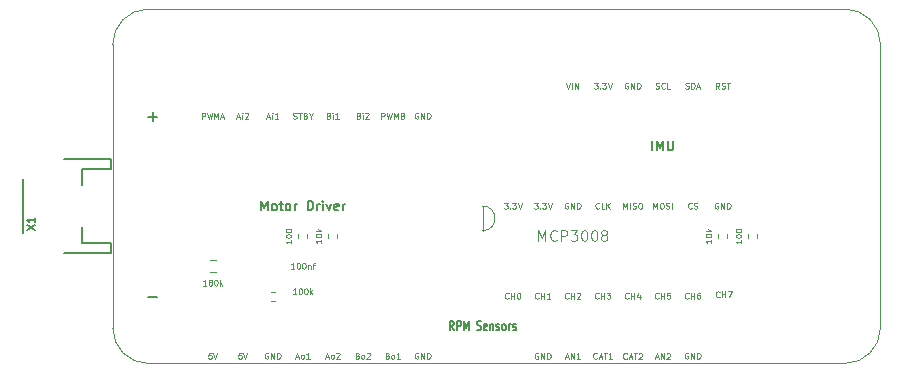
<source format=gbr>
%TF.GenerationSoftware,KiCad,Pcbnew,(6.0.7-1)-1*%
%TF.CreationDate,2022-08-15T15:20:02-07:00*%
%TF.ProjectId,KamiPCB,4b616d69-5043-4422-9e6b-696361645f70,rev?*%
%TF.SameCoordinates,Original*%
%TF.FileFunction,Legend,Top*%
%TF.FilePolarity,Positive*%
%FSLAX46Y46*%
G04 Gerber Fmt 4.6, Leading zero omitted, Abs format (unit mm)*
G04 Created by KiCad (PCBNEW (6.0.7-1)-1) date 2022-08-15 15:20:02*
%MOMM*%
%LPD*%
G01*
G04 APERTURE LIST*
%ADD10C,0.125000*%
%ADD11C,0.120000*%
%ADD12C,0.150000*%
%ADD13C,0.121920*%
%ADD14C,0.146304*%
%ADD15C,0.203200*%
G04 APERTURE END LIST*
D10*
X161940952Y-119484720D02*
X162179047Y-119484720D01*
X161893333Y-119627577D02*
X162060000Y-119127577D01*
X162226666Y-119627577D01*
X162393333Y-119627577D02*
X162393333Y-119127577D01*
X162679047Y-119627577D01*
X162679047Y-119127577D01*
X162893333Y-119175196D02*
X162917142Y-119151387D01*
X162964761Y-119127577D01*
X163083809Y-119127577D01*
X163131428Y-119151387D01*
X163155238Y-119175196D01*
X163179047Y-119222815D01*
X163179047Y-119270434D01*
X163155238Y-119341863D01*
X162869523Y-119627577D01*
X163179047Y-119627577D01*
X156991904Y-119558571D02*
X156968095Y-119582380D01*
X156896666Y-119606190D01*
X156849047Y-119606190D01*
X156777619Y-119582380D01*
X156730000Y-119534761D01*
X156706190Y-119487142D01*
X156682380Y-119391904D01*
X156682380Y-119320476D01*
X156706190Y-119225238D01*
X156730000Y-119177619D01*
X156777619Y-119130000D01*
X156849047Y-119106190D01*
X156896666Y-119106190D01*
X156968095Y-119130000D01*
X156991904Y-119153809D01*
X157182380Y-119463333D02*
X157420476Y-119463333D01*
X157134761Y-119606190D02*
X157301428Y-119106190D01*
X157468095Y-119606190D01*
X157563333Y-119106190D02*
X157849047Y-119106190D01*
X157706190Y-119606190D02*
X157706190Y-119106190D01*
X158277619Y-119606190D02*
X157991904Y-119606190D01*
X158134761Y-119606190D02*
X158134761Y-119106190D01*
X158087142Y-119177619D01*
X158039523Y-119225238D01*
X157991904Y-119249047D01*
D11*
X147320000Y-106680000D02*
X147320000Y-108760000D01*
X147320000Y-108760000D02*
G75*
G03*
X147320000Y-106680000I0J1040000D01*
G01*
D10*
X164492857Y-96722380D02*
X164564285Y-96746190D01*
X164683333Y-96746190D01*
X164730952Y-96722380D01*
X164754761Y-96698571D01*
X164778571Y-96650952D01*
X164778571Y-96603333D01*
X164754761Y-96555714D01*
X164730952Y-96531904D01*
X164683333Y-96508095D01*
X164588095Y-96484285D01*
X164540476Y-96460476D01*
X164516666Y-96436666D01*
X164492857Y-96389047D01*
X164492857Y-96341428D01*
X164516666Y-96293809D01*
X164540476Y-96270000D01*
X164588095Y-96246190D01*
X164707142Y-96246190D01*
X164778571Y-96270000D01*
X164992857Y-96746190D02*
X164992857Y-96246190D01*
X165111904Y-96246190D01*
X165183333Y-96270000D01*
X165230952Y-96317619D01*
X165254761Y-96365238D01*
X165278571Y-96460476D01*
X165278571Y-96531904D01*
X165254761Y-96627142D01*
X165230952Y-96674761D01*
X165183333Y-96722380D01*
X165111904Y-96746190D01*
X164992857Y-96746190D01*
X165469047Y-96603333D02*
X165707142Y-96603333D01*
X165421428Y-96746190D02*
X165588095Y-96246190D01*
X165754761Y-96746190D01*
X159639047Y-96270000D02*
X159591428Y-96246190D01*
X159520000Y-96246190D01*
X159448571Y-96270000D01*
X159400952Y-96317619D01*
X159377142Y-96365238D01*
X159353333Y-96460476D01*
X159353333Y-96531904D01*
X159377142Y-96627142D01*
X159400952Y-96674761D01*
X159448571Y-96722380D01*
X159520000Y-96746190D01*
X159567619Y-96746190D01*
X159639047Y-96722380D01*
X159662857Y-96698571D01*
X159662857Y-96531904D01*
X159567619Y-96531904D01*
X159877142Y-96746190D02*
X159877142Y-96246190D01*
X160162857Y-96746190D01*
X160162857Y-96246190D01*
X160400952Y-96746190D02*
X160400952Y-96246190D01*
X160520000Y-96246190D01*
X160591428Y-96270000D01*
X160639047Y-96317619D01*
X160662857Y-96365238D01*
X160686666Y-96460476D01*
X160686666Y-96531904D01*
X160662857Y-96627142D01*
X160639047Y-96674761D01*
X160591428Y-96722380D01*
X160520000Y-96746190D01*
X160400952Y-96746190D01*
X141859047Y-98810000D02*
X141811428Y-98786190D01*
X141740000Y-98786190D01*
X141668571Y-98810000D01*
X141620952Y-98857619D01*
X141597142Y-98905238D01*
X141573333Y-99000476D01*
X141573333Y-99071904D01*
X141597142Y-99167142D01*
X141620952Y-99214761D01*
X141668571Y-99262380D01*
X141740000Y-99286190D01*
X141787619Y-99286190D01*
X141859047Y-99262380D01*
X141882857Y-99238571D01*
X141882857Y-99071904D01*
X141787619Y-99071904D01*
X142097142Y-99286190D02*
X142097142Y-98786190D01*
X142382857Y-99286190D01*
X142382857Y-98786190D01*
X142620952Y-99286190D02*
X142620952Y-98786190D01*
X142740000Y-98786190D01*
X142811428Y-98810000D01*
X142859047Y-98857619D01*
X142882857Y-98905238D01*
X142906666Y-99000476D01*
X142906666Y-99071904D01*
X142882857Y-99167142D01*
X142859047Y-99214761D01*
X142811428Y-99262380D01*
X142740000Y-99286190D01*
X142620952Y-99286190D01*
X159674761Y-114478571D02*
X159650952Y-114502380D01*
X159579523Y-114526190D01*
X159531904Y-114526190D01*
X159460476Y-114502380D01*
X159412857Y-114454761D01*
X159389047Y-114407142D01*
X159365238Y-114311904D01*
X159365238Y-114240476D01*
X159389047Y-114145238D01*
X159412857Y-114097619D01*
X159460476Y-114050000D01*
X159531904Y-114026190D01*
X159579523Y-114026190D01*
X159650952Y-114050000D01*
X159674761Y-114073809D01*
X159889047Y-114526190D02*
X159889047Y-114026190D01*
X159889047Y-114264285D02*
X160174761Y-114264285D01*
X160174761Y-114526190D02*
X160174761Y-114026190D01*
X160627142Y-114192857D02*
X160627142Y-114526190D01*
X160508095Y-114002380D02*
X160389047Y-114359523D01*
X160698571Y-114359523D01*
X129159047Y-119130000D02*
X129111428Y-119106190D01*
X129040000Y-119106190D01*
X128968571Y-119130000D01*
X128920952Y-119177619D01*
X128897142Y-119225238D01*
X128873333Y-119320476D01*
X128873333Y-119391904D01*
X128897142Y-119487142D01*
X128920952Y-119534761D01*
X128968571Y-119582380D01*
X129040000Y-119606190D01*
X129087619Y-119606190D01*
X129159047Y-119582380D01*
X129182857Y-119558571D01*
X129182857Y-119391904D01*
X129087619Y-119391904D01*
X129397142Y-119606190D02*
X129397142Y-119106190D01*
X129682857Y-119606190D01*
X129682857Y-119106190D01*
X129920952Y-119606190D02*
X129920952Y-119106190D01*
X130040000Y-119106190D01*
X130111428Y-119130000D01*
X130159047Y-119177619D01*
X130182857Y-119225238D01*
X130206666Y-119320476D01*
X130206666Y-119391904D01*
X130182857Y-119487142D01*
X130159047Y-119534761D01*
X130111428Y-119582380D01*
X130040000Y-119606190D01*
X129920952Y-119606190D01*
X152019047Y-119151387D02*
X151971428Y-119127577D01*
X151900000Y-119127577D01*
X151828571Y-119151387D01*
X151780952Y-119199006D01*
X151757142Y-119246625D01*
X151733333Y-119341863D01*
X151733333Y-119413291D01*
X151757142Y-119508529D01*
X151780952Y-119556148D01*
X151828571Y-119603767D01*
X151900000Y-119627577D01*
X151947619Y-119627577D01*
X152019047Y-119603767D01*
X152042857Y-119579958D01*
X152042857Y-119413291D01*
X151947619Y-119413291D01*
X152257142Y-119627577D02*
X152257142Y-119127577D01*
X152542857Y-119627577D01*
X152542857Y-119127577D01*
X152780952Y-119627577D02*
X152780952Y-119127577D01*
X152900000Y-119127577D01*
X152971428Y-119151387D01*
X153019047Y-119199006D01*
X153042857Y-119246625D01*
X153066666Y-119341863D01*
X153066666Y-119413291D01*
X153042857Y-119508529D01*
X153019047Y-119556148D01*
X152971428Y-119603767D01*
X152900000Y-119627577D01*
X152780952Y-119627577D01*
X167376560Y-114353318D02*
X167352751Y-114377127D01*
X167281322Y-114400937D01*
X167233703Y-114400937D01*
X167162275Y-114377127D01*
X167114656Y-114329508D01*
X167090846Y-114281889D01*
X167067037Y-114186651D01*
X167067037Y-114115223D01*
X167090846Y-114019985D01*
X167114656Y-113972366D01*
X167162275Y-113924747D01*
X167233703Y-113900937D01*
X167281322Y-113900937D01*
X167352751Y-113924747D01*
X167376560Y-113948556D01*
X167590846Y-114400937D02*
X167590846Y-113900937D01*
X167590846Y-114139032D02*
X167876560Y-114139032D01*
X167876560Y-114400937D02*
X167876560Y-113900937D01*
X168067037Y-113900937D02*
X168400370Y-113900937D01*
X168186084Y-114400937D01*
D12*
X118999047Y-114371428D02*
X119760952Y-114371428D01*
D10*
X167259047Y-106430000D02*
X167211428Y-106406190D01*
X167140000Y-106406190D01*
X167068571Y-106430000D01*
X167020952Y-106477619D01*
X166997142Y-106525238D01*
X166973333Y-106620476D01*
X166973333Y-106691904D01*
X166997142Y-106787142D01*
X167020952Y-106834761D01*
X167068571Y-106882380D01*
X167140000Y-106906190D01*
X167187619Y-106906190D01*
X167259047Y-106882380D01*
X167282857Y-106858571D01*
X167282857Y-106691904D01*
X167187619Y-106691904D01*
X167497142Y-106906190D02*
X167497142Y-106406190D01*
X167782857Y-106906190D01*
X167782857Y-106406190D01*
X168020952Y-106906190D02*
X168020952Y-106406190D01*
X168140000Y-106406190D01*
X168211428Y-106430000D01*
X168259047Y-106477619D01*
X168282857Y-106525238D01*
X168306666Y-106620476D01*
X168306666Y-106691904D01*
X168282857Y-106787142D01*
X168259047Y-106834761D01*
X168211428Y-106882380D01*
X168140000Y-106906190D01*
X168020952Y-106906190D01*
X126904761Y-119106190D02*
X126666666Y-119106190D01*
X126642857Y-119344285D01*
X126666666Y-119320476D01*
X126714285Y-119296666D01*
X126833333Y-119296666D01*
X126880952Y-119320476D01*
X126904761Y-119344285D01*
X126928571Y-119391904D01*
X126928571Y-119510952D01*
X126904761Y-119558571D01*
X126880952Y-119582380D01*
X126833333Y-119606190D01*
X126714285Y-119606190D01*
X126666666Y-119582380D01*
X126642857Y-119558571D01*
X127071428Y-119106190D02*
X127238095Y-119606190D01*
X127404761Y-119106190D01*
X123543333Y-99286190D02*
X123543333Y-98786190D01*
X123733809Y-98786190D01*
X123781428Y-98810000D01*
X123805238Y-98833809D01*
X123829047Y-98881428D01*
X123829047Y-98952857D01*
X123805238Y-99000476D01*
X123781428Y-99024285D01*
X123733809Y-99048095D01*
X123543333Y-99048095D01*
X123995714Y-98786190D02*
X124114761Y-99286190D01*
X124210000Y-98929047D01*
X124305238Y-99286190D01*
X124424285Y-98786190D01*
X124614761Y-99286190D02*
X124614761Y-98786190D01*
X124781428Y-99143333D01*
X124948095Y-98786190D01*
X124948095Y-99286190D01*
X125162380Y-99143333D02*
X125400476Y-99143333D01*
X125114761Y-99286190D02*
X125281428Y-98786190D01*
X125448095Y-99286190D01*
X159531904Y-119579958D02*
X159508095Y-119603767D01*
X159436666Y-119627577D01*
X159389047Y-119627577D01*
X159317619Y-119603767D01*
X159270000Y-119556148D01*
X159246190Y-119508529D01*
X159222380Y-119413291D01*
X159222380Y-119341863D01*
X159246190Y-119246625D01*
X159270000Y-119199006D01*
X159317619Y-119151387D01*
X159389047Y-119127577D01*
X159436666Y-119127577D01*
X159508095Y-119151387D01*
X159531904Y-119175196D01*
X159722380Y-119484720D02*
X159960476Y-119484720D01*
X159674761Y-119627577D02*
X159841428Y-119127577D01*
X160008095Y-119627577D01*
X160103333Y-119127577D02*
X160389047Y-119127577D01*
X160246190Y-119627577D02*
X160246190Y-119127577D01*
X160531904Y-119175196D02*
X160555714Y-119151387D01*
X160603333Y-119127577D01*
X160722380Y-119127577D01*
X160770000Y-119151387D01*
X160793809Y-119175196D01*
X160817619Y-119222815D01*
X160817619Y-119270434D01*
X160793809Y-119341863D01*
X160508095Y-119627577D01*
X160817619Y-119627577D01*
X138747619Y-99286190D02*
X138747619Y-98786190D01*
X138938095Y-98786190D01*
X138985714Y-98810000D01*
X139009523Y-98833809D01*
X139033333Y-98881428D01*
X139033333Y-98952857D01*
X139009523Y-99000476D01*
X138985714Y-99024285D01*
X138938095Y-99048095D01*
X138747619Y-99048095D01*
X139200000Y-98786190D02*
X139319047Y-99286190D01*
X139414285Y-98929047D01*
X139509523Y-99286190D01*
X139628571Y-98786190D01*
X139819047Y-99286190D02*
X139819047Y-98786190D01*
X139985714Y-99143333D01*
X140152380Y-98786190D01*
X140152380Y-99286190D01*
X140557142Y-99024285D02*
X140628571Y-99048095D01*
X140652380Y-99071904D01*
X140676190Y-99119523D01*
X140676190Y-99190952D01*
X140652380Y-99238571D01*
X140628571Y-99262380D01*
X140580952Y-99286190D01*
X140390476Y-99286190D01*
X140390476Y-98786190D01*
X140557142Y-98786190D01*
X140604761Y-98810000D01*
X140628571Y-98833809D01*
X140652380Y-98881428D01*
X140652380Y-98929047D01*
X140628571Y-98976666D01*
X140604761Y-99000476D01*
X140557142Y-99024285D01*
X140390476Y-99024285D01*
X141859047Y-119130000D02*
X141811428Y-119106190D01*
X141740000Y-119106190D01*
X141668571Y-119130000D01*
X141620952Y-119177619D01*
X141597142Y-119225238D01*
X141573333Y-119320476D01*
X141573333Y-119391904D01*
X141597142Y-119487142D01*
X141620952Y-119534761D01*
X141668571Y-119582380D01*
X141740000Y-119606190D01*
X141787619Y-119606190D01*
X141859047Y-119582380D01*
X141882857Y-119558571D01*
X141882857Y-119391904D01*
X141787619Y-119391904D01*
X142097142Y-119606190D02*
X142097142Y-119106190D01*
X142382857Y-119606190D01*
X142382857Y-119106190D01*
X142620952Y-119606190D02*
X142620952Y-119106190D01*
X142740000Y-119106190D01*
X142811428Y-119130000D01*
X142859047Y-119177619D01*
X142882857Y-119225238D01*
X142906666Y-119320476D01*
X142906666Y-119391904D01*
X142882857Y-119487142D01*
X142859047Y-119534761D01*
X142811428Y-119582380D01*
X142740000Y-119606190D01*
X142620952Y-119606190D01*
X165016666Y-106858571D02*
X164992857Y-106882380D01*
X164921428Y-106906190D01*
X164873809Y-106906190D01*
X164802380Y-106882380D01*
X164754761Y-106834761D01*
X164730952Y-106787142D01*
X164707142Y-106691904D01*
X164707142Y-106620476D01*
X164730952Y-106525238D01*
X164754761Y-106477619D01*
X164802380Y-106430000D01*
X164873809Y-106406190D01*
X164921428Y-106406190D01*
X164992857Y-106430000D01*
X165016666Y-106453809D01*
X165207142Y-106882380D02*
X165278571Y-106906190D01*
X165397619Y-106906190D01*
X165445238Y-106882380D01*
X165469047Y-106858571D01*
X165492857Y-106810952D01*
X165492857Y-106763333D01*
X165469047Y-106715714D01*
X165445238Y-106691904D01*
X165397619Y-106668095D01*
X165302380Y-106644285D01*
X165254761Y-106620476D01*
X165230952Y-106596666D01*
X165207142Y-106549047D01*
X165207142Y-106501428D01*
X165230952Y-106453809D01*
X165254761Y-106430000D01*
X165302380Y-106406190D01*
X165421428Y-106406190D01*
X165492857Y-106430000D01*
X139271428Y-119344285D02*
X139342857Y-119368095D01*
X139366666Y-119391904D01*
X139390476Y-119439523D01*
X139390476Y-119510952D01*
X139366666Y-119558571D01*
X139342857Y-119582380D01*
X139295238Y-119606190D01*
X139104761Y-119606190D01*
X139104761Y-119106190D01*
X139271428Y-119106190D01*
X139319047Y-119130000D01*
X139342857Y-119153809D01*
X139366666Y-119201428D01*
X139366666Y-119249047D01*
X139342857Y-119296666D01*
X139319047Y-119320476D01*
X139271428Y-119344285D01*
X139104761Y-119344285D01*
X139676190Y-119606190D02*
X139628571Y-119582380D01*
X139604761Y-119558571D01*
X139580952Y-119510952D01*
X139580952Y-119368095D01*
X139604761Y-119320476D01*
X139628571Y-119296666D01*
X139676190Y-119272857D01*
X139747619Y-119272857D01*
X139795238Y-119296666D01*
X139819047Y-119320476D01*
X139842857Y-119368095D01*
X139842857Y-119510952D01*
X139819047Y-119558571D01*
X139795238Y-119582380D01*
X139747619Y-119606190D01*
X139676190Y-119606190D01*
X140319047Y-119606190D02*
X140033333Y-119606190D01*
X140176190Y-119606190D02*
X140176190Y-119106190D01*
X140128571Y-119177619D01*
X140080952Y-119225238D01*
X140033333Y-119249047D01*
X129063809Y-99143333D02*
X129301904Y-99143333D01*
X129016190Y-99286190D02*
X129182857Y-98786190D01*
X129349523Y-99286190D01*
X129516190Y-99286190D02*
X129516190Y-98952857D01*
X129516190Y-98786190D02*
X129492380Y-98810000D01*
X129516190Y-98833809D01*
X129540000Y-98810000D01*
X129516190Y-98786190D01*
X129516190Y-98833809D01*
X130016190Y-99286190D02*
X129730476Y-99286190D01*
X129873333Y-99286190D02*
X129873333Y-98786190D01*
X129825714Y-98857619D01*
X129778095Y-98905238D01*
X129730476Y-98929047D01*
X131496666Y-119463333D02*
X131734761Y-119463333D01*
X131449047Y-119606190D02*
X131615714Y-119106190D01*
X131782380Y-119606190D01*
X132020476Y-119606190D02*
X131972857Y-119582380D01*
X131949047Y-119558571D01*
X131925238Y-119510952D01*
X131925238Y-119368095D01*
X131949047Y-119320476D01*
X131972857Y-119296666D01*
X132020476Y-119272857D01*
X132091904Y-119272857D01*
X132139523Y-119296666D01*
X132163333Y-119320476D01*
X132187142Y-119368095D01*
X132187142Y-119510952D01*
X132163333Y-119558571D01*
X132139523Y-119582380D01*
X132091904Y-119606190D01*
X132020476Y-119606190D01*
X132663333Y-119606190D02*
X132377619Y-119606190D01*
X132520476Y-119606190D02*
X132520476Y-119106190D01*
X132472857Y-119177619D01*
X132425238Y-119225238D01*
X132377619Y-119249047D01*
X149514761Y-114478571D02*
X149490952Y-114502380D01*
X149419523Y-114526190D01*
X149371904Y-114526190D01*
X149300476Y-114502380D01*
X149252857Y-114454761D01*
X149229047Y-114407142D01*
X149205238Y-114311904D01*
X149205238Y-114240476D01*
X149229047Y-114145238D01*
X149252857Y-114097619D01*
X149300476Y-114050000D01*
X149371904Y-114026190D01*
X149419523Y-114026190D01*
X149490952Y-114050000D01*
X149514761Y-114073809D01*
X149729047Y-114526190D02*
X149729047Y-114026190D01*
X149729047Y-114264285D02*
X150014761Y-114264285D01*
X150014761Y-114526190D02*
X150014761Y-114026190D01*
X150348095Y-114026190D02*
X150395714Y-114026190D01*
X150443333Y-114050000D01*
X150467142Y-114073809D01*
X150490952Y-114121428D01*
X150514761Y-114216666D01*
X150514761Y-114335714D01*
X150490952Y-114430952D01*
X150467142Y-114478571D01*
X150443333Y-114502380D01*
X150395714Y-114526190D01*
X150348095Y-114526190D01*
X150300476Y-114502380D01*
X150276666Y-114478571D01*
X150252857Y-114430952D01*
X150229047Y-114335714D01*
X150229047Y-114216666D01*
X150252857Y-114121428D01*
X150276666Y-114073809D01*
X150300476Y-114050000D01*
X150348095Y-114026190D01*
X162214761Y-114478571D02*
X162190952Y-114502380D01*
X162119523Y-114526190D01*
X162071904Y-114526190D01*
X162000476Y-114502380D01*
X161952857Y-114454761D01*
X161929047Y-114407142D01*
X161905238Y-114311904D01*
X161905238Y-114240476D01*
X161929047Y-114145238D01*
X161952857Y-114097619D01*
X162000476Y-114050000D01*
X162071904Y-114026190D01*
X162119523Y-114026190D01*
X162190952Y-114050000D01*
X162214761Y-114073809D01*
X162429047Y-114526190D02*
X162429047Y-114026190D01*
X162429047Y-114264285D02*
X162714761Y-114264285D01*
X162714761Y-114526190D02*
X162714761Y-114026190D01*
X163190952Y-114026190D02*
X162952857Y-114026190D01*
X162929047Y-114264285D01*
X162952857Y-114240476D01*
X163000476Y-114216666D01*
X163119523Y-114216666D01*
X163167142Y-114240476D01*
X163190952Y-114264285D01*
X163214761Y-114311904D01*
X163214761Y-114430952D01*
X163190952Y-114478571D01*
X163167142Y-114502380D01*
X163119523Y-114526190D01*
X163000476Y-114526190D01*
X162952857Y-114502380D01*
X162929047Y-114478571D01*
X136838571Y-99024285D02*
X136910000Y-99048095D01*
X136933809Y-99071904D01*
X136957619Y-99119523D01*
X136957619Y-99190952D01*
X136933809Y-99238571D01*
X136910000Y-99262380D01*
X136862380Y-99286190D01*
X136671904Y-99286190D01*
X136671904Y-98786190D01*
X136838571Y-98786190D01*
X136886190Y-98810000D01*
X136910000Y-98833809D01*
X136933809Y-98881428D01*
X136933809Y-98929047D01*
X136910000Y-98976666D01*
X136886190Y-99000476D01*
X136838571Y-99024285D01*
X136671904Y-99024285D01*
X137171904Y-99286190D02*
X137171904Y-98952857D01*
X137171904Y-98786190D02*
X137148095Y-98810000D01*
X137171904Y-98833809D01*
X137195714Y-98810000D01*
X137171904Y-98786190D01*
X137171904Y-98833809D01*
X137386190Y-98833809D02*
X137410000Y-98810000D01*
X137457619Y-98786190D01*
X137576666Y-98786190D01*
X137624285Y-98810000D01*
X137648095Y-98833809D01*
X137671904Y-98881428D01*
X137671904Y-98929047D01*
X137648095Y-99000476D01*
X137362380Y-99286190D01*
X137671904Y-99286190D01*
X157134761Y-114478571D02*
X157110952Y-114502380D01*
X157039523Y-114526190D01*
X156991904Y-114526190D01*
X156920476Y-114502380D01*
X156872857Y-114454761D01*
X156849047Y-114407142D01*
X156825238Y-114311904D01*
X156825238Y-114240476D01*
X156849047Y-114145238D01*
X156872857Y-114097619D01*
X156920476Y-114050000D01*
X156991904Y-114026190D01*
X157039523Y-114026190D01*
X157110952Y-114050000D01*
X157134761Y-114073809D01*
X157349047Y-114526190D02*
X157349047Y-114026190D01*
X157349047Y-114264285D02*
X157634761Y-114264285D01*
X157634761Y-114526190D02*
X157634761Y-114026190D01*
X157825238Y-114026190D02*
X158134761Y-114026190D01*
X157968095Y-114216666D01*
X158039523Y-114216666D01*
X158087142Y-114240476D01*
X158110952Y-114264285D01*
X158134761Y-114311904D01*
X158134761Y-114430952D01*
X158110952Y-114478571D01*
X158087142Y-114502380D01*
X158039523Y-114526190D01*
X157896666Y-114526190D01*
X157849047Y-114502380D01*
X157825238Y-114478571D01*
X149121904Y-106406190D02*
X149431428Y-106406190D01*
X149264761Y-106596666D01*
X149336190Y-106596666D01*
X149383809Y-106620476D01*
X149407619Y-106644285D01*
X149431428Y-106691904D01*
X149431428Y-106810952D01*
X149407619Y-106858571D01*
X149383809Y-106882380D01*
X149336190Y-106906190D01*
X149193333Y-106906190D01*
X149145714Y-106882380D01*
X149121904Y-106858571D01*
X149645714Y-106858571D02*
X149669523Y-106882380D01*
X149645714Y-106906190D01*
X149621904Y-106882380D01*
X149645714Y-106858571D01*
X149645714Y-106906190D01*
X149836190Y-106406190D02*
X150145714Y-106406190D01*
X149979047Y-106596666D01*
X150050476Y-106596666D01*
X150098095Y-106620476D01*
X150121904Y-106644285D01*
X150145714Y-106691904D01*
X150145714Y-106810952D01*
X150121904Y-106858571D01*
X150098095Y-106882380D01*
X150050476Y-106906190D01*
X149907619Y-106906190D01*
X149860000Y-106882380D01*
X149836190Y-106858571D01*
X150288571Y-106406190D02*
X150455238Y-106906190D01*
X150621904Y-106406190D01*
D12*
X144877142Y-117201904D02*
X144677142Y-116820952D01*
X144534285Y-117201904D02*
X144534285Y-116401904D01*
X144762857Y-116401904D01*
X144820000Y-116440000D01*
X144848571Y-116478095D01*
X144877142Y-116554285D01*
X144877142Y-116668571D01*
X144848571Y-116744761D01*
X144820000Y-116782857D01*
X144762857Y-116820952D01*
X144534285Y-116820952D01*
X145134285Y-117201904D02*
X145134285Y-116401904D01*
X145362857Y-116401904D01*
X145420000Y-116440000D01*
X145448571Y-116478095D01*
X145477142Y-116554285D01*
X145477142Y-116668571D01*
X145448571Y-116744761D01*
X145420000Y-116782857D01*
X145362857Y-116820952D01*
X145134285Y-116820952D01*
X145734285Y-117201904D02*
X145734285Y-116401904D01*
X145934285Y-116973333D01*
X146134285Y-116401904D01*
X146134285Y-117201904D01*
X146848571Y-117163809D02*
X146934285Y-117201904D01*
X147077142Y-117201904D01*
X147134285Y-117163809D01*
X147162857Y-117125714D01*
X147191428Y-117049523D01*
X147191428Y-116973333D01*
X147162857Y-116897142D01*
X147134285Y-116859047D01*
X147077142Y-116820952D01*
X146962857Y-116782857D01*
X146905714Y-116744761D01*
X146877142Y-116706666D01*
X146848571Y-116630476D01*
X146848571Y-116554285D01*
X146877142Y-116478095D01*
X146905714Y-116440000D01*
X146962857Y-116401904D01*
X147105714Y-116401904D01*
X147191428Y-116440000D01*
X147677142Y-117163809D02*
X147620000Y-117201904D01*
X147505714Y-117201904D01*
X147448571Y-117163809D01*
X147420000Y-117087619D01*
X147420000Y-116782857D01*
X147448571Y-116706666D01*
X147505714Y-116668571D01*
X147620000Y-116668571D01*
X147677142Y-116706666D01*
X147705714Y-116782857D01*
X147705714Y-116859047D01*
X147420000Y-116935238D01*
X147962857Y-116668571D02*
X147962857Y-117201904D01*
X147962857Y-116744761D02*
X147991428Y-116706666D01*
X148048571Y-116668571D01*
X148134285Y-116668571D01*
X148191428Y-116706666D01*
X148220000Y-116782857D01*
X148220000Y-117201904D01*
X148477142Y-117163809D02*
X148534285Y-117201904D01*
X148648571Y-117201904D01*
X148705714Y-117163809D01*
X148734285Y-117087619D01*
X148734285Y-117049523D01*
X148705714Y-116973333D01*
X148648571Y-116935238D01*
X148562857Y-116935238D01*
X148505714Y-116897142D01*
X148477142Y-116820952D01*
X148477142Y-116782857D01*
X148505714Y-116706666D01*
X148562857Y-116668571D01*
X148648571Y-116668571D01*
X148705714Y-116706666D01*
X149077142Y-117201904D02*
X149020000Y-117163809D01*
X148991428Y-117125714D01*
X148962857Y-117049523D01*
X148962857Y-116820952D01*
X148991428Y-116744761D01*
X149020000Y-116706666D01*
X149077142Y-116668571D01*
X149162857Y-116668571D01*
X149220000Y-116706666D01*
X149248571Y-116744761D01*
X149277142Y-116820952D01*
X149277142Y-117049523D01*
X149248571Y-117125714D01*
X149220000Y-117163809D01*
X149162857Y-117201904D01*
X149077142Y-117201904D01*
X149534285Y-117201904D02*
X149534285Y-116668571D01*
X149534285Y-116820952D02*
X149562857Y-116744761D01*
X149591428Y-116706666D01*
X149648571Y-116668571D01*
X149705714Y-116668571D01*
X149877142Y-117163809D02*
X149934285Y-117201904D01*
X150048571Y-117201904D01*
X150105714Y-117163809D01*
X150134285Y-117087619D01*
X150134285Y-117049523D01*
X150105714Y-116973333D01*
X150048571Y-116935238D01*
X149962857Y-116935238D01*
X149905714Y-116897142D01*
X149877142Y-116820952D01*
X149877142Y-116782857D01*
X149905714Y-116706666D01*
X149962857Y-116668571D01*
X150048571Y-116668571D01*
X150105714Y-116706666D01*
D10*
X154320952Y-119463333D02*
X154559047Y-119463333D01*
X154273333Y-119606190D02*
X154440000Y-119106190D01*
X154606666Y-119606190D01*
X154773333Y-119606190D02*
X154773333Y-119106190D01*
X155059047Y-119606190D01*
X155059047Y-119106190D01*
X155559047Y-119606190D02*
X155273333Y-119606190D01*
X155416190Y-119606190D02*
X155416190Y-119106190D01*
X155368571Y-119177619D01*
X155320952Y-119225238D01*
X155273333Y-119249047D01*
X161774285Y-106906190D02*
X161774285Y-106406190D01*
X161940952Y-106763333D01*
X162107619Y-106406190D01*
X162107619Y-106906190D01*
X162440952Y-106406190D02*
X162536190Y-106406190D01*
X162583809Y-106430000D01*
X162631428Y-106477619D01*
X162655238Y-106572857D01*
X162655238Y-106739523D01*
X162631428Y-106834761D01*
X162583809Y-106882380D01*
X162536190Y-106906190D01*
X162440952Y-106906190D01*
X162393333Y-106882380D01*
X162345714Y-106834761D01*
X162321904Y-106739523D01*
X162321904Y-106572857D01*
X162345714Y-106477619D01*
X162393333Y-106430000D01*
X162440952Y-106406190D01*
X162845714Y-106882380D02*
X162917142Y-106906190D01*
X163036190Y-106906190D01*
X163083809Y-106882380D01*
X163107619Y-106858571D01*
X163131428Y-106810952D01*
X163131428Y-106763333D01*
X163107619Y-106715714D01*
X163083809Y-106691904D01*
X163036190Y-106668095D01*
X162940952Y-106644285D01*
X162893333Y-106620476D01*
X162869523Y-106596666D01*
X162845714Y-106549047D01*
X162845714Y-106501428D01*
X162869523Y-106453809D01*
X162893333Y-106430000D01*
X162940952Y-106406190D01*
X163060000Y-106406190D01*
X163131428Y-106430000D01*
X163345714Y-106906190D02*
X163345714Y-106406190D01*
X167366190Y-96746190D02*
X167199523Y-96508095D01*
X167080476Y-96746190D02*
X167080476Y-96246190D01*
X167270952Y-96246190D01*
X167318571Y-96270000D01*
X167342380Y-96293809D01*
X167366190Y-96341428D01*
X167366190Y-96412857D01*
X167342380Y-96460476D01*
X167318571Y-96484285D01*
X167270952Y-96508095D01*
X167080476Y-96508095D01*
X167556666Y-96722380D02*
X167628095Y-96746190D01*
X167747142Y-96746190D01*
X167794761Y-96722380D01*
X167818571Y-96698571D01*
X167842380Y-96650952D01*
X167842380Y-96603333D01*
X167818571Y-96555714D01*
X167794761Y-96531904D01*
X167747142Y-96508095D01*
X167651904Y-96484285D01*
X167604285Y-96460476D01*
X167580476Y-96436666D01*
X167556666Y-96389047D01*
X167556666Y-96341428D01*
X167580476Y-96293809D01*
X167604285Y-96270000D01*
X167651904Y-96246190D01*
X167770952Y-96246190D01*
X167842380Y-96270000D01*
X167985238Y-96246190D02*
X168270952Y-96246190D01*
X168128095Y-96746190D02*
X168128095Y-96246190D01*
X161964761Y-96722380D02*
X162036190Y-96746190D01*
X162155238Y-96746190D01*
X162202857Y-96722380D01*
X162226666Y-96698571D01*
X162250476Y-96650952D01*
X162250476Y-96603333D01*
X162226666Y-96555714D01*
X162202857Y-96531904D01*
X162155238Y-96508095D01*
X162060000Y-96484285D01*
X162012380Y-96460476D01*
X161988571Y-96436666D01*
X161964761Y-96389047D01*
X161964761Y-96341428D01*
X161988571Y-96293809D01*
X162012380Y-96270000D01*
X162060000Y-96246190D01*
X162179047Y-96246190D01*
X162250476Y-96270000D01*
X162750476Y-96698571D02*
X162726666Y-96722380D01*
X162655238Y-96746190D01*
X162607619Y-96746190D01*
X162536190Y-96722380D01*
X162488571Y-96674761D01*
X162464761Y-96627142D01*
X162440952Y-96531904D01*
X162440952Y-96460476D01*
X162464761Y-96365238D01*
X162488571Y-96317619D01*
X162536190Y-96270000D01*
X162607619Y-96246190D01*
X162655238Y-96246190D01*
X162726666Y-96270000D01*
X162750476Y-96293809D01*
X163202857Y-96746190D02*
X162964761Y-96746190D01*
X162964761Y-96246190D01*
X164754761Y-114478571D02*
X164730952Y-114502380D01*
X164659523Y-114526190D01*
X164611904Y-114526190D01*
X164540476Y-114502380D01*
X164492857Y-114454761D01*
X164469047Y-114407142D01*
X164445238Y-114311904D01*
X164445238Y-114240476D01*
X164469047Y-114145238D01*
X164492857Y-114097619D01*
X164540476Y-114050000D01*
X164611904Y-114026190D01*
X164659523Y-114026190D01*
X164730952Y-114050000D01*
X164754761Y-114073809D01*
X164969047Y-114526190D02*
X164969047Y-114026190D01*
X164969047Y-114264285D02*
X165254761Y-114264285D01*
X165254761Y-114526190D02*
X165254761Y-114026190D01*
X165707142Y-114026190D02*
X165611904Y-114026190D01*
X165564285Y-114050000D01*
X165540476Y-114073809D01*
X165492857Y-114145238D01*
X165469047Y-114240476D01*
X165469047Y-114430952D01*
X165492857Y-114478571D01*
X165516666Y-114502380D01*
X165564285Y-114526190D01*
X165659523Y-114526190D01*
X165707142Y-114502380D01*
X165730952Y-114478571D01*
X165754761Y-114430952D01*
X165754761Y-114311904D01*
X165730952Y-114264285D01*
X165707142Y-114240476D01*
X165659523Y-114216666D01*
X165564285Y-114216666D01*
X165516666Y-114240476D01*
X165492857Y-114264285D01*
X165469047Y-114311904D01*
X152054761Y-114478571D02*
X152030952Y-114502380D01*
X151959523Y-114526190D01*
X151911904Y-114526190D01*
X151840476Y-114502380D01*
X151792857Y-114454761D01*
X151769047Y-114407142D01*
X151745238Y-114311904D01*
X151745238Y-114240476D01*
X151769047Y-114145238D01*
X151792857Y-114097619D01*
X151840476Y-114050000D01*
X151911904Y-114026190D01*
X151959523Y-114026190D01*
X152030952Y-114050000D01*
X152054761Y-114073809D01*
X152269047Y-114526190D02*
X152269047Y-114026190D01*
X152269047Y-114264285D02*
X152554761Y-114264285D01*
X152554761Y-114526190D02*
X152554761Y-114026190D01*
X153054761Y-114526190D02*
X152769047Y-114526190D01*
X152911904Y-114526190D02*
X152911904Y-114026190D01*
X152864285Y-114097619D01*
X152816666Y-114145238D01*
X152769047Y-114169047D01*
X159234285Y-106906190D02*
X159234285Y-106406190D01*
X159400952Y-106763333D01*
X159567619Y-106406190D01*
X159567619Y-106906190D01*
X159805714Y-106906190D02*
X159805714Y-106406190D01*
X160020000Y-106882380D02*
X160091428Y-106906190D01*
X160210476Y-106906190D01*
X160258095Y-106882380D01*
X160281904Y-106858571D01*
X160305714Y-106810952D01*
X160305714Y-106763333D01*
X160281904Y-106715714D01*
X160258095Y-106691904D01*
X160210476Y-106668095D01*
X160115238Y-106644285D01*
X160067619Y-106620476D01*
X160043809Y-106596666D01*
X160020000Y-106549047D01*
X160020000Y-106501428D01*
X160043809Y-106453809D01*
X160067619Y-106430000D01*
X160115238Y-106406190D01*
X160234285Y-106406190D01*
X160305714Y-106430000D01*
X160615238Y-106406190D02*
X160710476Y-106406190D01*
X160758095Y-106430000D01*
X160805714Y-106477619D01*
X160829523Y-106572857D01*
X160829523Y-106739523D01*
X160805714Y-106834761D01*
X160758095Y-106882380D01*
X160710476Y-106906190D01*
X160615238Y-106906190D01*
X160567619Y-106882380D01*
X160520000Y-106834761D01*
X160496190Y-106739523D01*
X160496190Y-106572857D01*
X160520000Y-106477619D01*
X160567619Y-106430000D01*
X160615238Y-106406190D01*
D13*
X152044883Y-109624464D02*
X152044883Y-108730384D01*
X152342910Y-109369013D01*
X152640937Y-108730384D01*
X152640937Y-109624464D01*
X153577592Y-109539314D02*
X153535017Y-109581889D01*
X153407291Y-109624464D01*
X153322140Y-109624464D01*
X153194415Y-109581889D01*
X153109264Y-109496739D01*
X153066689Y-109411588D01*
X153024114Y-109241287D01*
X153024114Y-109113561D01*
X153066689Y-108943260D01*
X153109264Y-108858110D01*
X153194415Y-108772960D01*
X153322140Y-108730384D01*
X153407291Y-108730384D01*
X153535017Y-108772960D01*
X153577592Y-108815535D01*
X153960769Y-109624464D02*
X153960769Y-108730384D01*
X154301371Y-108730384D01*
X154386521Y-108772960D01*
X154429097Y-108815535D01*
X154471672Y-108900685D01*
X154471672Y-109028411D01*
X154429097Y-109113561D01*
X154386521Y-109156137D01*
X154301371Y-109198712D01*
X153960769Y-109198712D01*
X154769699Y-108730384D02*
X155323177Y-108730384D01*
X155025150Y-109070986D01*
X155152876Y-109070986D01*
X155238026Y-109113561D01*
X155280601Y-109156137D01*
X155323177Y-109241287D01*
X155323177Y-109454163D01*
X155280601Y-109539314D01*
X155238026Y-109581889D01*
X155152876Y-109624464D01*
X154897424Y-109624464D01*
X154812274Y-109581889D01*
X154769699Y-109539314D01*
X155876655Y-108730384D02*
X155961805Y-108730384D01*
X156046956Y-108772960D01*
X156089531Y-108815535D01*
X156132106Y-108900685D01*
X156174681Y-109070986D01*
X156174681Y-109283862D01*
X156132106Y-109454163D01*
X156089531Y-109539314D01*
X156046956Y-109581889D01*
X155961805Y-109624464D01*
X155876655Y-109624464D01*
X155791504Y-109581889D01*
X155748929Y-109539314D01*
X155706354Y-109454163D01*
X155663779Y-109283862D01*
X155663779Y-109070986D01*
X155706354Y-108900685D01*
X155748929Y-108815535D01*
X155791504Y-108772960D01*
X155876655Y-108730384D01*
X156728160Y-108730384D02*
X156813310Y-108730384D01*
X156898460Y-108772960D01*
X156941036Y-108815535D01*
X156983611Y-108900685D01*
X157026186Y-109070986D01*
X157026186Y-109283862D01*
X156983611Y-109454163D01*
X156941036Y-109539314D01*
X156898460Y-109581889D01*
X156813310Y-109624464D01*
X156728160Y-109624464D01*
X156643009Y-109581889D01*
X156600434Y-109539314D01*
X156557859Y-109454163D01*
X156515283Y-109283862D01*
X156515283Y-109070986D01*
X156557859Y-108900685D01*
X156600434Y-108815535D01*
X156643009Y-108772960D01*
X156728160Y-108730384D01*
X157537089Y-109113561D02*
X157451939Y-109070986D01*
X157409363Y-109028411D01*
X157366788Y-108943260D01*
X157366788Y-108900685D01*
X157409363Y-108815535D01*
X157451939Y-108772960D01*
X157537089Y-108730384D01*
X157707390Y-108730384D01*
X157792540Y-108772960D01*
X157835116Y-108815535D01*
X157877691Y-108900685D01*
X157877691Y-108943260D01*
X157835116Y-109028411D01*
X157792540Y-109070986D01*
X157707390Y-109113561D01*
X157537089Y-109113561D01*
X157451939Y-109156137D01*
X157409363Y-109198712D01*
X157366788Y-109283862D01*
X157366788Y-109454163D01*
X157409363Y-109539314D01*
X157451939Y-109581889D01*
X157537089Y-109624464D01*
X157707390Y-109624464D01*
X157792540Y-109581889D01*
X157835116Y-109539314D01*
X157877691Y-109454163D01*
X157877691Y-109283862D01*
X157835116Y-109198712D01*
X157792540Y-109156137D01*
X157707390Y-109113561D01*
D10*
X124364761Y-119106190D02*
X124126666Y-119106190D01*
X124102857Y-119344285D01*
X124126666Y-119320476D01*
X124174285Y-119296666D01*
X124293333Y-119296666D01*
X124340952Y-119320476D01*
X124364761Y-119344285D01*
X124388571Y-119391904D01*
X124388571Y-119510952D01*
X124364761Y-119558571D01*
X124340952Y-119582380D01*
X124293333Y-119606190D01*
X124174285Y-119606190D01*
X124126666Y-119582380D01*
X124102857Y-119558571D01*
X124531428Y-119106190D02*
X124698095Y-119606190D01*
X124864761Y-119106190D01*
D12*
X128575238Y-107041904D02*
X128575238Y-106241904D01*
X128841904Y-106813333D01*
X129108571Y-106241904D01*
X129108571Y-107041904D01*
X129603809Y-107041904D02*
X129527619Y-107003809D01*
X129489523Y-106965714D01*
X129451428Y-106889523D01*
X129451428Y-106660952D01*
X129489523Y-106584761D01*
X129527619Y-106546666D01*
X129603809Y-106508571D01*
X129718095Y-106508571D01*
X129794285Y-106546666D01*
X129832380Y-106584761D01*
X129870476Y-106660952D01*
X129870476Y-106889523D01*
X129832380Y-106965714D01*
X129794285Y-107003809D01*
X129718095Y-107041904D01*
X129603809Y-107041904D01*
X130099047Y-106508571D02*
X130403809Y-106508571D01*
X130213333Y-106241904D02*
X130213333Y-106927619D01*
X130251428Y-107003809D01*
X130327619Y-107041904D01*
X130403809Y-107041904D01*
X130784761Y-107041904D02*
X130708571Y-107003809D01*
X130670476Y-106965714D01*
X130632380Y-106889523D01*
X130632380Y-106660952D01*
X130670476Y-106584761D01*
X130708571Y-106546666D01*
X130784761Y-106508571D01*
X130899047Y-106508571D01*
X130975238Y-106546666D01*
X131013333Y-106584761D01*
X131051428Y-106660952D01*
X131051428Y-106889523D01*
X131013333Y-106965714D01*
X130975238Y-107003809D01*
X130899047Y-107041904D01*
X130784761Y-107041904D01*
X131394285Y-107041904D02*
X131394285Y-106508571D01*
X131394285Y-106660952D02*
X131432380Y-106584761D01*
X131470476Y-106546666D01*
X131546666Y-106508571D01*
X131622857Y-106508571D01*
X132499047Y-107041904D02*
X132499047Y-106241904D01*
X132689523Y-106241904D01*
X132803809Y-106280000D01*
X132880000Y-106356190D01*
X132918095Y-106432380D01*
X132956190Y-106584761D01*
X132956190Y-106699047D01*
X132918095Y-106851428D01*
X132880000Y-106927619D01*
X132803809Y-107003809D01*
X132689523Y-107041904D01*
X132499047Y-107041904D01*
X133299047Y-107041904D02*
X133299047Y-106508571D01*
X133299047Y-106660952D02*
X133337142Y-106584761D01*
X133375238Y-106546666D01*
X133451428Y-106508571D01*
X133527619Y-106508571D01*
X133794285Y-107041904D02*
X133794285Y-106508571D01*
X133794285Y-106241904D02*
X133756190Y-106280000D01*
X133794285Y-106318095D01*
X133832380Y-106280000D01*
X133794285Y-106241904D01*
X133794285Y-106318095D01*
X134099047Y-106508571D02*
X134289523Y-107041904D01*
X134480000Y-106508571D01*
X135089523Y-107003809D02*
X135013333Y-107041904D01*
X134860952Y-107041904D01*
X134784761Y-107003809D01*
X134746666Y-106927619D01*
X134746666Y-106622857D01*
X134784761Y-106546666D01*
X134860952Y-106508571D01*
X135013333Y-106508571D01*
X135089523Y-106546666D01*
X135127619Y-106622857D01*
X135127619Y-106699047D01*
X134746666Y-106775238D01*
X135470476Y-107041904D02*
X135470476Y-106508571D01*
X135470476Y-106660952D02*
X135508571Y-106584761D01*
X135546666Y-106546666D01*
X135622857Y-106508571D01*
X135699047Y-106508571D01*
X118999047Y-99131428D02*
X119760952Y-99131428D01*
X119380000Y-99512380D02*
X119380000Y-98750476D01*
D10*
X154392380Y-96246190D02*
X154559047Y-96746190D01*
X154725714Y-96246190D01*
X154892380Y-96746190D02*
X154892380Y-96246190D01*
X155130476Y-96746190D02*
X155130476Y-96246190D01*
X155416190Y-96746190D01*
X155416190Y-96246190D01*
X154594761Y-114478571D02*
X154570952Y-114502380D01*
X154499523Y-114526190D01*
X154451904Y-114526190D01*
X154380476Y-114502380D01*
X154332857Y-114454761D01*
X154309047Y-114407142D01*
X154285238Y-114311904D01*
X154285238Y-114240476D01*
X154309047Y-114145238D01*
X154332857Y-114097619D01*
X154380476Y-114050000D01*
X154451904Y-114026190D01*
X154499523Y-114026190D01*
X154570952Y-114050000D01*
X154594761Y-114073809D01*
X154809047Y-114526190D02*
X154809047Y-114026190D01*
X154809047Y-114264285D02*
X155094761Y-114264285D01*
X155094761Y-114526190D02*
X155094761Y-114026190D01*
X155309047Y-114073809D02*
X155332857Y-114050000D01*
X155380476Y-114026190D01*
X155499523Y-114026190D01*
X155547142Y-114050000D01*
X155570952Y-114073809D01*
X155594761Y-114121428D01*
X155594761Y-114169047D01*
X155570952Y-114240476D01*
X155285238Y-114526190D01*
X155594761Y-114526190D01*
X164719047Y-119130000D02*
X164671428Y-119106190D01*
X164600000Y-119106190D01*
X164528571Y-119130000D01*
X164480952Y-119177619D01*
X164457142Y-119225238D01*
X164433333Y-119320476D01*
X164433333Y-119391904D01*
X164457142Y-119487142D01*
X164480952Y-119534761D01*
X164528571Y-119582380D01*
X164600000Y-119606190D01*
X164647619Y-119606190D01*
X164719047Y-119582380D01*
X164742857Y-119558571D01*
X164742857Y-119391904D01*
X164647619Y-119391904D01*
X164957142Y-119606190D02*
X164957142Y-119106190D01*
X165242857Y-119606190D01*
X165242857Y-119106190D01*
X165480952Y-119606190D02*
X165480952Y-119106190D01*
X165600000Y-119106190D01*
X165671428Y-119130000D01*
X165719047Y-119177619D01*
X165742857Y-119225238D01*
X165766666Y-119320476D01*
X165766666Y-119391904D01*
X165742857Y-119487142D01*
X165719047Y-119534761D01*
X165671428Y-119582380D01*
X165600000Y-119606190D01*
X165480952Y-119606190D01*
X131282380Y-99262380D02*
X131353809Y-99286190D01*
X131472857Y-99286190D01*
X131520476Y-99262380D01*
X131544285Y-99238571D01*
X131568095Y-99190952D01*
X131568095Y-99143333D01*
X131544285Y-99095714D01*
X131520476Y-99071904D01*
X131472857Y-99048095D01*
X131377619Y-99024285D01*
X131330000Y-99000476D01*
X131306190Y-98976666D01*
X131282380Y-98929047D01*
X131282380Y-98881428D01*
X131306190Y-98833809D01*
X131330000Y-98810000D01*
X131377619Y-98786190D01*
X131496666Y-98786190D01*
X131568095Y-98810000D01*
X131710952Y-98786190D02*
X131996666Y-98786190D01*
X131853809Y-99286190D02*
X131853809Y-98786190D01*
X132330000Y-99024285D02*
X132401428Y-99048095D01*
X132425238Y-99071904D01*
X132449047Y-99119523D01*
X132449047Y-99190952D01*
X132425238Y-99238571D01*
X132401428Y-99262380D01*
X132353809Y-99286190D01*
X132163333Y-99286190D01*
X132163333Y-98786190D01*
X132330000Y-98786190D01*
X132377619Y-98810000D01*
X132401428Y-98833809D01*
X132425238Y-98881428D01*
X132425238Y-98929047D01*
X132401428Y-98976666D01*
X132377619Y-99000476D01*
X132330000Y-99024285D01*
X132163333Y-99024285D01*
X132758571Y-99048095D02*
X132758571Y-99286190D01*
X132591904Y-98786190D02*
X132758571Y-99048095D01*
X132925238Y-98786190D01*
X156741904Y-96246190D02*
X157051428Y-96246190D01*
X156884761Y-96436666D01*
X156956190Y-96436666D01*
X157003809Y-96460476D01*
X157027619Y-96484285D01*
X157051428Y-96531904D01*
X157051428Y-96650952D01*
X157027619Y-96698571D01*
X157003809Y-96722380D01*
X156956190Y-96746190D01*
X156813333Y-96746190D01*
X156765714Y-96722380D01*
X156741904Y-96698571D01*
X157265714Y-96698571D02*
X157289523Y-96722380D01*
X157265714Y-96746190D01*
X157241904Y-96722380D01*
X157265714Y-96698571D01*
X157265714Y-96746190D01*
X157456190Y-96246190D02*
X157765714Y-96246190D01*
X157599047Y-96436666D01*
X157670476Y-96436666D01*
X157718095Y-96460476D01*
X157741904Y-96484285D01*
X157765714Y-96531904D01*
X157765714Y-96650952D01*
X157741904Y-96698571D01*
X157718095Y-96722380D01*
X157670476Y-96746190D01*
X157527619Y-96746190D01*
X157480000Y-96722380D01*
X157456190Y-96698571D01*
X157908571Y-96246190D02*
X158075238Y-96746190D01*
X158241904Y-96246190D01*
X136731428Y-119344285D02*
X136802857Y-119368095D01*
X136826666Y-119391904D01*
X136850476Y-119439523D01*
X136850476Y-119510952D01*
X136826666Y-119558571D01*
X136802857Y-119582380D01*
X136755238Y-119606190D01*
X136564761Y-119606190D01*
X136564761Y-119106190D01*
X136731428Y-119106190D01*
X136779047Y-119130000D01*
X136802857Y-119153809D01*
X136826666Y-119201428D01*
X136826666Y-119249047D01*
X136802857Y-119296666D01*
X136779047Y-119320476D01*
X136731428Y-119344285D01*
X136564761Y-119344285D01*
X137136190Y-119606190D02*
X137088571Y-119582380D01*
X137064761Y-119558571D01*
X137040952Y-119510952D01*
X137040952Y-119368095D01*
X137064761Y-119320476D01*
X137088571Y-119296666D01*
X137136190Y-119272857D01*
X137207619Y-119272857D01*
X137255238Y-119296666D01*
X137279047Y-119320476D01*
X137302857Y-119368095D01*
X137302857Y-119510952D01*
X137279047Y-119558571D01*
X137255238Y-119582380D01*
X137207619Y-119606190D01*
X137136190Y-119606190D01*
X137493333Y-119153809D02*
X137517142Y-119130000D01*
X137564761Y-119106190D01*
X137683809Y-119106190D01*
X137731428Y-119130000D01*
X137755238Y-119153809D01*
X137779047Y-119201428D01*
X137779047Y-119249047D01*
X137755238Y-119320476D01*
X137469523Y-119606190D01*
X137779047Y-119606190D01*
X126523809Y-99143333D02*
X126761904Y-99143333D01*
X126476190Y-99286190D02*
X126642857Y-98786190D01*
X126809523Y-99286190D01*
X126976190Y-99286190D02*
X126976190Y-98952857D01*
X126976190Y-98786190D02*
X126952380Y-98810000D01*
X126976190Y-98833809D01*
X127000000Y-98810000D01*
X126976190Y-98786190D01*
X126976190Y-98833809D01*
X127190476Y-98833809D02*
X127214285Y-98810000D01*
X127261904Y-98786190D01*
X127380952Y-98786190D01*
X127428571Y-98810000D01*
X127452380Y-98833809D01*
X127476190Y-98881428D01*
X127476190Y-98929047D01*
X127452380Y-99000476D01*
X127166666Y-99286190D01*
X127476190Y-99286190D01*
X151661904Y-106406190D02*
X151971428Y-106406190D01*
X151804761Y-106596666D01*
X151876190Y-106596666D01*
X151923809Y-106620476D01*
X151947619Y-106644285D01*
X151971428Y-106691904D01*
X151971428Y-106810952D01*
X151947619Y-106858571D01*
X151923809Y-106882380D01*
X151876190Y-106906190D01*
X151733333Y-106906190D01*
X151685714Y-106882380D01*
X151661904Y-106858571D01*
X152185714Y-106858571D02*
X152209523Y-106882380D01*
X152185714Y-106906190D01*
X152161904Y-106882380D01*
X152185714Y-106858571D01*
X152185714Y-106906190D01*
X152376190Y-106406190D02*
X152685714Y-106406190D01*
X152519047Y-106596666D01*
X152590476Y-106596666D01*
X152638095Y-106620476D01*
X152661904Y-106644285D01*
X152685714Y-106691904D01*
X152685714Y-106810952D01*
X152661904Y-106858571D01*
X152638095Y-106882380D01*
X152590476Y-106906190D01*
X152447619Y-106906190D01*
X152400000Y-106882380D01*
X152376190Y-106858571D01*
X152828571Y-106406190D02*
X152995238Y-106906190D01*
X153161904Y-106406190D01*
D12*
X161683809Y-101961904D02*
X161683809Y-101161904D01*
X162064761Y-101961904D02*
X162064761Y-101161904D01*
X162331428Y-101733333D01*
X162598095Y-101161904D01*
X162598095Y-101961904D01*
X162979047Y-101161904D02*
X162979047Y-101809523D01*
X163017142Y-101885714D01*
X163055238Y-101923809D01*
X163131428Y-101961904D01*
X163283809Y-101961904D01*
X163360000Y-101923809D01*
X163398095Y-101885714D01*
X163436190Y-101809523D01*
X163436190Y-101161904D01*
D10*
X154559047Y-106430000D02*
X154511428Y-106406190D01*
X154440000Y-106406190D01*
X154368571Y-106430000D01*
X154320952Y-106477619D01*
X154297142Y-106525238D01*
X154273333Y-106620476D01*
X154273333Y-106691904D01*
X154297142Y-106787142D01*
X154320952Y-106834761D01*
X154368571Y-106882380D01*
X154440000Y-106906190D01*
X154487619Y-106906190D01*
X154559047Y-106882380D01*
X154582857Y-106858571D01*
X154582857Y-106691904D01*
X154487619Y-106691904D01*
X154797142Y-106906190D02*
X154797142Y-106406190D01*
X155082857Y-106906190D01*
X155082857Y-106406190D01*
X155320952Y-106906190D02*
X155320952Y-106406190D01*
X155440000Y-106406190D01*
X155511428Y-106430000D01*
X155559047Y-106477619D01*
X155582857Y-106525238D01*
X155606666Y-106620476D01*
X155606666Y-106691904D01*
X155582857Y-106787142D01*
X155559047Y-106834761D01*
X155511428Y-106882380D01*
X155440000Y-106906190D01*
X155320952Y-106906190D01*
X134298571Y-99024285D02*
X134370000Y-99048095D01*
X134393809Y-99071904D01*
X134417619Y-99119523D01*
X134417619Y-99190952D01*
X134393809Y-99238571D01*
X134370000Y-99262380D01*
X134322380Y-99286190D01*
X134131904Y-99286190D01*
X134131904Y-98786190D01*
X134298571Y-98786190D01*
X134346190Y-98810000D01*
X134370000Y-98833809D01*
X134393809Y-98881428D01*
X134393809Y-98929047D01*
X134370000Y-98976666D01*
X134346190Y-99000476D01*
X134298571Y-99024285D01*
X134131904Y-99024285D01*
X134631904Y-99286190D02*
X134631904Y-98952857D01*
X134631904Y-98786190D02*
X134608095Y-98810000D01*
X134631904Y-98833809D01*
X134655714Y-98810000D01*
X134631904Y-98786190D01*
X134631904Y-98833809D01*
X135131904Y-99286190D02*
X134846190Y-99286190D01*
X134989047Y-99286190D02*
X134989047Y-98786190D01*
X134941428Y-98857619D01*
X134893809Y-98905238D01*
X134846190Y-98929047D01*
X157182380Y-106858571D02*
X157158571Y-106882380D01*
X157087142Y-106906190D01*
X157039523Y-106906190D01*
X156968095Y-106882380D01*
X156920476Y-106834761D01*
X156896666Y-106787142D01*
X156872857Y-106691904D01*
X156872857Y-106620476D01*
X156896666Y-106525238D01*
X156920476Y-106477619D01*
X156968095Y-106430000D01*
X157039523Y-106406190D01*
X157087142Y-106406190D01*
X157158571Y-106430000D01*
X157182380Y-106453809D01*
X157634761Y-106906190D02*
X157396666Y-106906190D01*
X157396666Y-106406190D01*
X157801428Y-106906190D02*
X157801428Y-106406190D01*
X158087142Y-106906190D02*
X157872857Y-106620476D01*
X158087142Y-106406190D02*
X157801428Y-106691904D01*
X134036666Y-119463333D02*
X134274761Y-119463333D01*
X133989047Y-119606190D02*
X134155714Y-119106190D01*
X134322380Y-119606190D01*
X134560476Y-119606190D02*
X134512857Y-119582380D01*
X134489047Y-119558571D01*
X134465238Y-119510952D01*
X134465238Y-119368095D01*
X134489047Y-119320476D01*
X134512857Y-119296666D01*
X134560476Y-119272857D01*
X134631904Y-119272857D01*
X134679523Y-119296666D01*
X134703333Y-119320476D01*
X134727142Y-119368095D01*
X134727142Y-119510952D01*
X134703333Y-119558571D01*
X134679523Y-119582380D01*
X134631904Y-119606190D01*
X134560476Y-119606190D01*
X134917619Y-119153809D02*
X134941428Y-119130000D01*
X134989047Y-119106190D01*
X135108095Y-119106190D01*
X135155714Y-119130000D01*
X135179523Y-119153809D01*
X135203333Y-119201428D01*
X135203333Y-119249047D01*
X135179523Y-119320476D01*
X134893809Y-119606190D01*
X135203333Y-119606190D01*
D12*
%TO.C,*%
D10*
%TO.C,10k*%
X133676190Y-109517619D02*
X133676190Y-109803333D01*
X133676190Y-109660476D02*
X133176190Y-109660476D01*
X133247619Y-109708095D01*
X133295238Y-109755714D01*
X133319047Y-109803333D01*
X133176190Y-109208095D02*
X133176190Y-109160476D01*
X133200000Y-109112857D01*
X133223809Y-109089047D01*
X133271428Y-109065238D01*
X133366666Y-109041428D01*
X133485714Y-109041428D01*
X133580952Y-109065238D01*
X133628571Y-109089047D01*
X133652380Y-109112857D01*
X133676190Y-109160476D01*
X133676190Y-109208095D01*
X133652380Y-109255714D01*
X133628571Y-109279523D01*
X133580952Y-109303333D01*
X133485714Y-109327142D01*
X133366666Y-109327142D01*
X133271428Y-109303333D01*
X133223809Y-109279523D01*
X133200000Y-109255714D01*
X133176190Y-109208095D01*
X133676190Y-108827142D02*
X133176190Y-108827142D01*
X133485714Y-108779523D02*
X133676190Y-108636666D01*
X133342857Y-108636666D02*
X133533333Y-108827142D01*
X166696190Y-109517619D02*
X166696190Y-109803333D01*
X166696190Y-109660476D02*
X166196190Y-109660476D01*
X166267619Y-109708095D01*
X166315238Y-109755714D01*
X166339047Y-109803333D01*
X166196190Y-109208095D02*
X166196190Y-109160476D01*
X166220000Y-109112857D01*
X166243809Y-109089047D01*
X166291428Y-109065238D01*
X166386666Y-109041428D01*
X166505714Y-109041428D01*
X166600952Y-109065238D01*
X166648571Y-109089047D01*
X166672380Y-109112857D01*
X166696190Y-109160476D01*
X166696190Y-109208095D01*
X166672380Y-109255714D01*
X166648571Y-109279523D01*
X166600952Y-109303333D01*
X166505714Y-109327142D01*
X166386666Y-109327142D01*
X166291428Y-109303333D01*
X166243809Y-109279523D01*
X166220000Y-109255714D01*
X166196190Y-109208095D01*
X166696190Y-108827142D02*
X166196190Y-108827142D01*
X166505714Y-108779523D02*
X166696190Y-108636666D01*
X166362857Y-108636666D02*
X166553333Y-108827142D01*
%TO.C,100k*%
X131544285Y-114146190D02*
X131258571Y-114146190D01*
X131401428Y-114146190D02*
X131401428Y-113646190D01*
X131353809Y-113717619D01*
X131306190Y-113765238D01*
X131258571Y-113789047D01*
X131853809Y-113646190D02*
X131901428Y-113646190D01*
X131949047Y-113670000D01*
X131972857Y-113693809D01*
X131996666Y-113741428D01*
X132020476Y-113836666D01*
X132020476Y-113955714D01*
X131996666Y-114050952D01*
X131972857Y-114098571D01*
X131949047Y-114122380D01*
X131901428Y-114146190D01*
X131853809Y-114146190D01*
X131806190Y-114122380D01*
X131782380Y-114098571D01*
X131758571Y-114050952D01*
X131734761Y-113955714D01*
X131734761Y-113836666D01*
X131758571Y-113741428D01*
X131782380Y-113693809D01*
X131806190Y-113670000D01*
X131853809Y-113646190D01*
X132330000Y-113646190D02*
X132377619Y-113646190D01*
X132425238Y-113670000D01*
X132449047Y-113693809D01*
X132472857Y-113741428D01*
X132496666Y-113836666D01*
X132496666Y-113955714D01*
X132472857Y-114050952D01*
X132449047Y-114098571D01*
X132425238Y-114122380D01*
X132377619Y-114146190D01*
X132330000Y-114146190D01*
X132282380Y-114122380D01*
X132258571Y-114098571D01*
X132234761Y-114050952D01*
X132210952Y-113955714D01*
X132210952Y-113836666D01*
X132234761Y-113741428D01*
X132258571Y-113693809D01*
X132282380Y-113670000D01*
X132330000Y-113646190D01*
X132710952Y-114146190D02*
X132710952Y-113646190D01*
X132758571Y-113955714D02*
X132901428Y-114146190D01*
X132901428Y-113812857D02*
X132710952Y-114003333D01*
%TO.C,100*%
X169236190Y-109553333D02*
X169236190Y-109839047D01*
X169236190Y-109696190D02*
X168736190Y-109696190D01*
X168807619Y-109743809D01*
X168855238Y-109791428D01*
X168879047Y-109839047D01*
X168736190Y-109243809D02*
X168736190Y-109196190D01*
X168760000Y-109148571D01*
X168783809Y-109124761D01*
X168831428Y-109100952D01*
X168926666Y-109077142D01*
X169045714Y-109077142D01*
X169140952Y-109100952D01*
X169188571Y-109124761D01*
X169212380Y-109148571D01*
X169236190Y-109196190D01*
X169236190Y-109243809D01*
X169212380Y-109291428D01*
X169188571Y-109315238D01*
X169140952Y-109339047D01*
X169045714Y-109362857D01*
X168926666Y-109362857D01*
X168831428Y-109339047D01*
X168783809Y-109315238D01*
X168760000Y-109291428D01*
X168736190Y-109243809D01*
X168736190Y-108767619D02*
X168736190Y-108720000D01*
X168760000Y-108672380D01*
X168783809Y-108648571D01*
X168831428Y-108624761D01*
X168926666Y-108600952D01*
X169045714Y-108600952D01*
X169140952Y-108624761D01*
X169188571Y-108648571D01*
X169212380Y-108672380D01*
X169236190Y-108720000D01*
X169236190Y-108767619D01*
X169212380Y-108815238D01*
X169188571Y-108839047D01*
X169140952Y-108862857D01*
X169045714Y-108886666D01*
X168926666Y-108886666D01*
X168831428Y-108862857D01*
X168783809Y-108839047D01*
X168760000Y-108815238D01*
X168736190Y-108767619D01*
X131136190Y-109553333D02*
X131136190Y-109839047D01*
X131136190Y-109696190D02*
X130636190Y-109696190D01*
X130707619Y-109743809D01*
X130755238Y-109791428D01*
X130779047Y-109839047D01*
X130636190Y-109243809D02*
X130636190Y-109196190D01*
X130660000Y-109148571D01*
X130683809Y-109124761D01*
X130731428Y-109100952D01*
X130826666Y-109077142D01*
X130945714Y-109077142D01*
X131040952Y-109100952D01*
X131088571Y-109124761D01*
X131112380Y-109148571D01*
X131136190Y-109196190D01*
X131136190Y-109243809D01*
X131112380Y-109291428D01*
X131088571Y-109315238D01*
X131040952Y-109339047D01*
X130945714Y-109362857D01*
X130826666Y-109362857D01*
X130731428Y-109339047D01*
X130683809Y-109315238D01*
X130660000Y-109291428D01*
X130636190Y-109243809D01*
X130636190Y-108767619D02*
X130636190Y-108720000D01*
X130660000Y-108672380D01*
X130683809Y-108648571D01*
X130731428Y-108624761D01*
X130826666Y-108600952D01*
X130945714Y-108600952D01*
X131040952Y-108624761D01*
X131088571Y-108648571D01*
X131112380Y-108672380D01*
X131136190Y-108720000D01*
X131136190Y-108767619D01*
X131112380Y-108815238D01*
X131088571Y-108839047D01*
X131040952Y-108862857D01*
X130945714Y-108886666D01*
X130826666Y-108886666D01*
X130731428Y-108862857D01*
X130683809Y-108839047D01*
X130660000Y-108815238D01*
X130636190Y-108767619D01*
D12*
%TO.C,*%
D10*
X123924285Y-113416190D02*
X123638571Y-113416190D01*
X123781428Y-113416190D02*
X123781428Y-112916190D01*
X123733809Y-112987619D01*
X123686190Y-113035238D01*
X123638571Y-113059047D01*
X124210000Y-113130476D02*
X124162380Y-113106666D01*
X124138571Y-113082857D01*
X124114761Y-113035238D01*
X124114761Y-113011428D01*
X124138571Y-112963809D01*
X124162380Y-112940000D01*
X124210000Y-112916190D01*
X124305238Y-112916190D01*
X124352857Y-112940000D01*
X124376666Y-112963809D01*
X124400476Y-113011428D01*
X124400476Y-113035238D01*
X124376666Y-113082857D01*
X124352857Y-113106666D01*
X124305238Y-113130476D01*
X124210000Y-113130476D01*
X124162380Y-113154285D01*
X124138571Y-113178095D01*
X124114761Y-113225714D01*
X124114761Y-113320952D01*
X124138571Y-113368571D01*
X124162380Y-113392380D01*
X124210000Y-113416190D01*
X124305238Y-113416190D01*
X124352857Y-113392380D01*
X124376666Y-113368571D01*
X124400476Y-113320952D01*
X124400476Y-113225714D01*
X124376666Y-113178095D01*
X124352857Y-113154285D01*
X124305238Y-113130476D01*
X124710000Y-112916190D02*
X124757619Y-112916190D01*
X124805238Y-112940000D01*
X124829047Y-112963809D01*
X124852857Y-113011428D01*
X124876666Y-113106666D01*
X124876666Y-113225714D01*
X124852857Y-113320952D01*
X124829047Y-113368571D01*
X124805238Y-113392380D01*
X124757619Y-113416190D01*
X124710000Y-113416190D01*
X124662380Y-113392380D01*
X124638571Y-113368571D01*
X124614761Y-113320952D01*
X124590952Y-113225714D01*
X124590952Y-113106666D01*
X124614761Y-113011428D01*
X124638571Y-112963809D01*
X124662380Y-112940000D01*
X124710000Y-112916190D01*
X125090952Y-113416190D02*
X125090952Y-112916190D01*
X125138571Y-113225714D02*
X125281428Y-113416190D01*
X125281428Y-113082857D02*
X125090952Y-113273333D01*
D12*
D14*
%TO.C,X1*%
X108712266Y-108712188D02*
X109378762Y-108267858D01*
X108712266Y-108267858D02*
X109378762Y-108712188D01*
X109378762Y-107664837D02*
X109378762Y-108045692D01*
X109378762Y-107855265D02*
X108712266Y-107855265D01*
X108807479Y-107918741D01*
X108870955Y-107982216D01*
X108902693Y-108045692D01*
D12*
%TO.C, *%
D10*
X131377619Y-111986190D02*
X131091904Y-111986190D01*
X131234761Y-111986190D02*
X131234761Y-111486190D01*
X131187142Y-111557619D01*
X131139523Y-111605238D01*
X131091904Y-111629047D01*
X131687142Y-111486190D02*
X131734761Y-111486190D01*
X131782380Y-111510000D01*
X131806190Y-111533809D01*
X131830000Y-111581428D01*
X131853809Y-111676666D01*
X131853809Y-111795714D01*
X131830000Y-111890952D01*
X131806190Y-111938571D01*
X131782380Y-111962380D01*
X131734761Y-111986190D01*
X131687142Y-111986190D01*
X131639523Y-111962380D01*
X131615714Y-111938571D01*
X131591904Y-111890952D01*
X131568095Y-111795714D01*
X131568095Y-111676666D01*
X131591904Y-111581428D01*
X131615714Y-111533809D01*
X131639523Y-111510000D01*
X131687142Y-111486190D01*
X132163333Y-111486190D02*
X132210952Y-111486190D01*
X132258571Y-111510000D01*
X132282380Y-111533809D01*
X132306190Y-111581428D01*
X132330000Y-111676666D01*
X132330000Y-111795714D01*
X132306190Y-111890952D01*
X132282380Y-111938571D01*
X132258571Y-111962380D01*
X132210952Y-111986190D01*
X132163333Y-111986190D01*
X132115714Y-111962380D01*
X132091904Y-111938571D01*
X132068095Y-111890952D01*
X132044285Y-111795714D01*
X132044285Y-111676666D01*
X132068095Y-111581428D01*
X132091904Y-111533809D01*
X132115714Y-111510000D01*
X132163333Y-111486190D01*
X132544285Y-111652857D02*
X132544285Y-111986190D01*
X132544285Y-111700476D02*
X132568095Y-111676666D01*
X132615714Y-111652857D01*
X132687142Y-111652857D01*
X132734761Y-111676666D01*
X132758571Y-111724285D01*
X132758571Y-111986190D01*
X132925238Y-111652857D02*
X133115714Y-111652857D01*
X132996666Y-111986190D02*
X132996666Y-111557619D01*
X133020476Y-111510000D01*
X133068095Y-111486190D01*
X133115714Y-111486190D01*
D11*
%TO.C,10k*%
X135000000Y-109387621D02*
X135000000Y-109052379D01*
X134240000Y-109387621D02*
X134240000Y-109052379D01*
X168020000Y-109387621D02*
X168020000Y-109052379D01*
X167260000Y-109387621D02*
X167260000Y-109052379D01*
%TO.C,100k*%
X129372379Y-113920000D02*
X129707621Y-113920000D01*
X129372379Y-114680000D02*
X129707621Y-114680000D01*
%TO.C,100*%
X169800000Y-109387621D02*
X169800000Y-109052379D01*
X170560000Y-109387621D02*
X170560000Y-109052379D01*
X132460000Y-109387621D02*
X132460000Y-109052379D01*
X131700000Y-109387621D02*
X131700000Y-109052379D01*
%TO.C,RPI1*%
X181000757Y-117003271D02*
X181000757Y-93003271D01*
X119000757Y-120003271D02*
X178000757Y-120003271D01*
X178000757Y-90003271D02*
X119000757Y-90003271D01*
X116000757Y-93003271D02*
X116000757Y-117003271D01*
X181000757Y-93003271D02*
G75*
G03*
X178000757Y-90003271I-3000000J0D01*
G01*
X116000757Y-117003271D02*
G75*
G03*
X119000757Y-120003271I3000000J0D01*
G01*
X178000757Y-120003271D02*
G75*
G03*
X181000757Y-117003271I0J3000000D01*
G01*
X119000757Y-90003271D02*
G75*
G03*
X116000757Y-93003271I0J-3000000D01*
G01*
%TO.C,*%
X124205276Y-112282500D02*
X124714724Y-112282500D01*
X124205276Y-111237500D02*
X124714724Y-111237500D01*
D15*
%TO.C,X1*%
X113379000Y-108430000D02*
X113379000Y-109830000D01*
X111879000Y-102680000D02*
X115879000Y-102680000D01*
X115879000Y-109830000D02*
X115879000Y-110680000D01*
X115879000Y-110680000D02*
X111879000Y-110680000D01*
X108379000Y-108930000D02*
X108379000Y-104430000D01*
X115879000Y-103530000D02*
X113379000Y-103530000D01*
X113379000Y-109830000D02*
X115879000Y-109830000D01*
X113379000Y-103530000D02*
X113379000Y-104930000D01*
X115879000Y-102680000D02*
X115879000Y-103530000D01*
%TD*%
M02*

</source>
